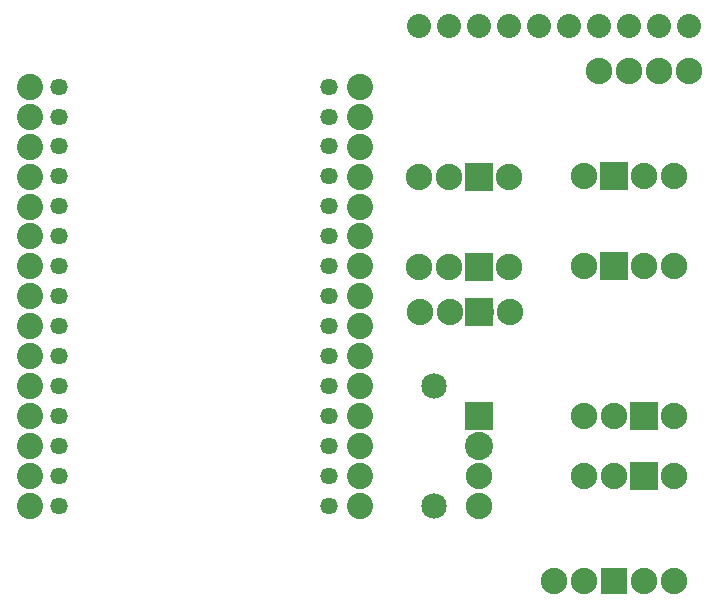
<source format=gbs>
G04 MADE WITH FRITZING*
G04 WWW.FRITZING.ORG*
G04 DOUBLE SIDED*
G04 HOLES PLATED*
G04 CONTOUR ON CENTER OF CONTOUR VECTOR*
%ASAXBY*%
%FSLAX23Y23*%
%MOIN*%
%OFA0B0*%
%SFA1.0B1.0*%
%ADD10C,0.057829*%
%ADD11C,0.080000*%
%ADD12C,0.088000*%
%ADD13C,0.087740*%
%ADD14C,0.085000*%
%ADD15C,0.094141*%
%ADD16R,0.094375X0.094375*%
%ADD17R,0.093333X0.093333*%
%ADD18R,0.088000X0.088000*%
%LNMASK0*%
G90*
G70*
G54D10*
X1203Y1697D03*
X306Y1896D03*
X306Y1796D03*
X306Y1697D03*
X306Y1597D03*
X306Y1497D03*
X1203Y1796D03*
X1203Y1896D03*
X1203Y1597D03*
X306Y1397D03*
X306Y1297D03*
X306Y1197D03*
X306Y1097D03*
X306Y998D03*
X306Y898D03*
X306Y798D03*
X306Y698D03*
X306Y598D03*
X306Y498D03*
X1203Y1197D03*
X1203Y1097D03*
X1203Y998D03*
X1203Y898D03*
X1203Y798D03*
X1203Y698D03*
X1203Y598D03*
X1203Y498D03*
X1203Y1497D03*
X1203Y1397D03*
X1203Y1297D03*
G54D11*
X2406Y2097D03*
X2306Y2097D03*
X2206Y2097D03*
X2106Y2097D03*
X2006Y2097D03*
X1906Y2097D03*
X1806Y2097D03*
X1706Y2097D03*
X1606Y2097D03*
X1506Y2097D03*
G54D12*
X2406Y1947D03*
X2306Y1947D03*
X2206Y1947D03*
X2106Y1947D03*
G54D13*
X1307Y1696D03*
X209Y1896D03*
X209Y1796D03*
X209Y1696D03*
X209Y1596D03*
X209Y1496D03*
X1307Y1796D03*
X1307Y1896D03*
X1307Y1596D03*
X209Y1397D03*
X209Y1297D03*
X209Y1197D03*
X209Y1097D03*
X209Y997D03*
X209Y897D03*
X209Y798D03*
X209Y698D03*
X209Y598D03*
X209Y498D03*
X1307Y1197D03*
X1307Y1097D03*
X1307Y997D03*
X1307Y897D03*
X1307Y798D03*
X1307Y698D03*
X1307Y598D03*
X1307Y498D03*
X1307Y1496D03*
X1307Y1397D03*
X1307Y1297D03*
G54D14*
X1556Y897D03*
X1556Y497D03*
G54D12*
X2056Y1297D03*
G54D15*
X2156Y1297D03*
G54D12*
X2256Y1297D03*
X2356Y1297D03*
X2056Y1597D03*
G54D15*
X2156Y1597D03*
G54D12*
X2256Y1597D03*
X2356Y1597D03*
X2356Y797D03*
G54D15*
X2256Y797D03*
G54D12*
X2156Y797D03*
X2056Y797D03*
X1806Y1296D03*
G54D15*
X1706Y1296D03*
G54D12*
X1606Y1296D03*
X1506Y1296D03*
X1807Y1145D03*
G54D15*
X1707Y1145D03*
G54D12*
X1607Y1145D03*
X1507Y1145D03*
X1806Y1596D03*
G54D15*
X1706Y1596D03*
G54D12*
X1606Y1596D03*
X1506Y1596D03*
X2356Y597D03*
G54D15*
X2256Y597D03*
G54D12*
X2156Y597D03*
X2056Y597D03*
X1706Y797D03*
G54D15*
X1706Y697D03*
G54D12*
X1706Y597D03*
X1706Y497D03*
X2356Y247D03*
X2256Y247D03*
X2156Y247D03*
X2056Y247D03*
X1956Y247D03*
G54D16*
X2156Y1297D03*
X2156Y1597D03*
X2255Y797D03*
X1706Y1296D03*
X1706Y1144D03*
X1706Y1596D03*
X2255Y597D03*
G54D17*
X1706Y797D03*
G54D18*
X2156Y247D03*
G04 End of Mask0*
M02*
</source>
